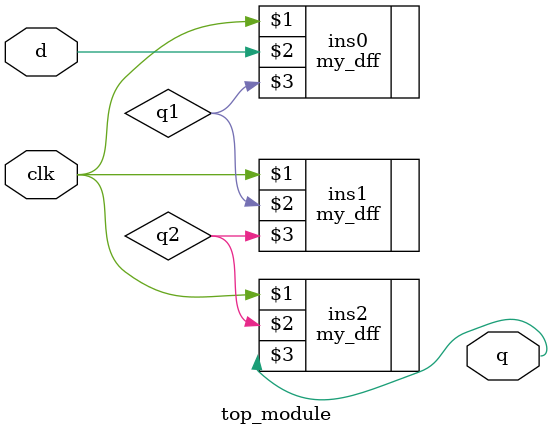
<source format=v>
module top_module ( input clk, input d, output q );
    wire q1,q2;
    my_dff ins0 (clk,d,q1);
    my_dff ins1 (clk,q1,q2);
    my_dff ins2 (clk,q2,q);

endmodule

</source>
